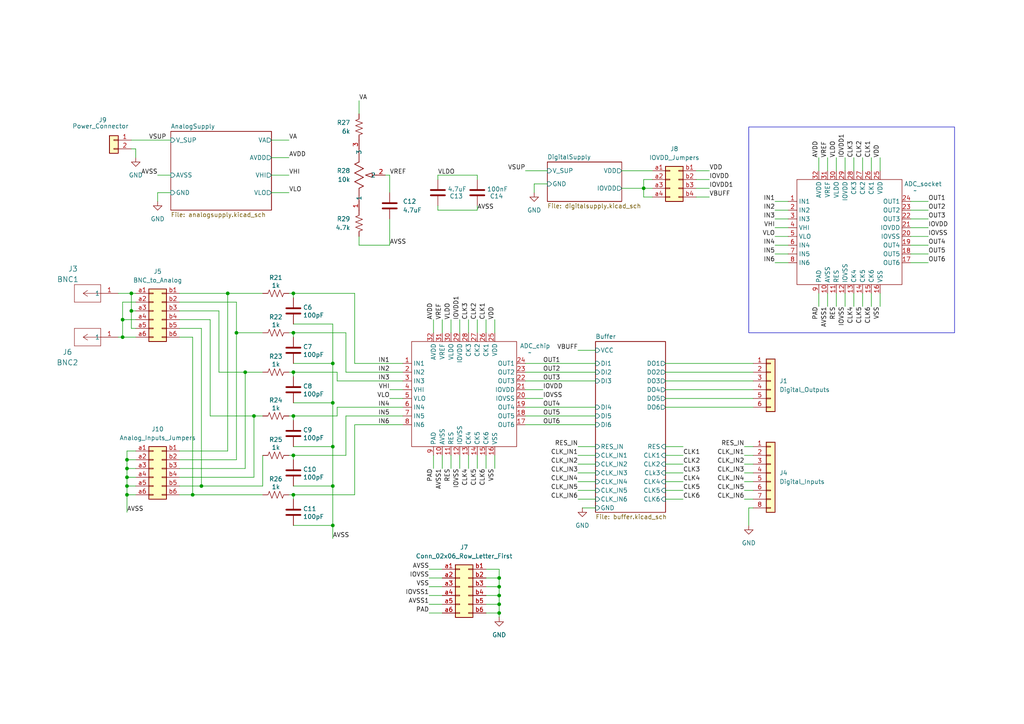
<source format=kicad_sch>
(kicad_sch (version 20231120) (generator "eeschema") (generator_version "8.0")
  (paper "A4")
  (lib_symbols
    (symbol "Connector_Generic:Conn_01x02" (pin_names (offset 1.016) hide)
      (property "Reference" "J" (at 0 2.54 0))
      (property "Value" "Conn_01x02" (at 0 -5.08 0))
      (symbol "Conn_01x02_1_1"
        (rectangle (start -1.27 -2.413) (end 0 -2.667) (stroke (width 0.1524)))
        (rectangle (start -1.27 0.127) (end 0 -0.127) (stroke (width 0.1524)))
        (rectangle (start -1.27 1.27) (end 1.27 -3.81) (stroke (width 0.254)) (fill (type background)))
        (pin passive line (at -5.08 0 0) (length 3.81) (name "Pin_1") (number "1"))
        (pin passive line (at -5.08 -2.54 0) (length 3.81) (name "Pin_2") (number "2"))
      )
    )
    (symbol "Connector_Generic:Conn_01x06" (pin_names (offset 1.016) hide)
      (property "Reference" "J" (at 0 7.62 0))
      (property "Value" "Conn_01x06" (at 0 -10.16 0))
      (symbol "Conn_01x06_1_1"
        (rectangle (start -1.27 -7.493) (end 0 -7.747) (stroke (width 0.1524)))
        (rectangle (start -1.27 -4.953) (end 0 -5.207) (stroke (width 0.1524)))
        (rectangle (start -1.27 -2.413) (end 0 -2.667) (stroke (width 0.1524)))
        (rectangle (start -1.27 0.127) (end 0 -0.127) (stroke (width 0.1524)))
        (rectangle (start -1.27 2.667) (end 0 2.413) (stroke (width 0.1524)))
        (rectangle (start -1.27 5.207) (end 0 4.953) (stroke (width 0.1524)))
        (rectangle (start -1.27 6.35) (end 1.27 -8.89) (stroke (width 0.254)) (fill (type background)))
        (pin passive line (at -5.08 5.08 0) (length 3.81) (name "Pin_1") (number "1"))
        (pin passive line (at -5.08 2.54 0) (length 3.81) (name "Pin_2") (number "2"))
        (pin passive line (at -5.08 0 0) (length 3.81) (name "Pin_3") (number "3"))
        (pin passive line (at -5.08 -2.54 0) (length 3.81) (name "Pin_4") (number "4"))
        (pin passive line (at -5.08 -5.08 0) (length 3.81) (name "Pin_5") (number "5"))
        (pin passive line (at -5.08 -7.62 0) (length 3.81) (name "Pin_6") (number "6"))
      )
    )
    (symbol "Connector_Generic:Conn_01x08" (pin_names (offset 1.016) hide)
      (property "Reference" "J" (at 0 10.16 0))
      (property "Value" "Conn_01x08" (at 0 -12.7 0))
      (symbol "Conn_01x08_1_1"
        (rectangle (start -1.27 -10.033) (end 0 -10.287) (stroke (width 0.1524)))
        (rectangle (start -1.27 -7.493) (end 0 -7.747) (stroke (width 0.1524)))
        (rectangle (start -1.27 -4.953) (end 0 -5.207) (stroke (width 0.1524)))
        (rectangle (start -1.27 -2.413) (end 0 -2.667) (stroke (width 0.1524)))
        (rectangle (start -1.27 0.127) (end 0 -0.127) (stroke (width 0.1524)))
        (rectangle (start -1.27 2.667) (end 0 2.413) (stroke (width 0.1524)))
        (rectangle (start -1.27 5.207) (end 0 4.953) (stroke (width 0.1524)))
        (rectangle (start -1.27 7.747) (end 0 7.493) (stroke (width 0.1524)))
        (rectangle (start -1.27 8.89) (end 1.27 -11.43) (stroke (width 0.254)) (fill (type background)))
        (pin passive line (at -5.08 7.62 0) (length 3.81) (name "Pin_1") (number "1"))
        (pin passive line (at -5.08 5.08 0) (length 3.81) (name "Pin_2") (number "2"))
        (pin passive line (at -5.08 2.54 0) (length 3.81) (name "Pin_3") (number "3"))
        (pin passive line (at -5.08 0 0) (length 3.81) (name "Pin_4") (number "4"))
        (pin passive line (at -5.08 -2.54 0) (length 3.81) (name "Pin_5") (number "5"))
        (pin passive line (at -5.08 -5.08 0) (length 3.81) (name "Pin_6") (number "6"))
        (pin passive line (at -5.08 -7.62 0) (length 3.81) (name "Pin_7") (number "7"))
        (pin passive line (at -5.08 -10.16 0) (length 3.81) (name "Pin_8") (number "8"))
      )
    )
    (symbol "Connector_Generic:Conn_02x04_Row_Letter_First" (pin_names (offset 1.016) hide)
      (property "Reference" "J" (at 1.27 5.08 0))
      (property "Value" "Conn_02x04_Row_Letter_First" (at 1.27 -7.62 0))
      (symbol "Conn_02x04_Row_Letter_First_1_1"
        (rectangle (start -1.27 -4.953) (end 0 -5.207) (stroke (width 0.1524)))
        (rectangle (start -1.27 -2.413) (end 0 -2.667) (stroke (width 0.1524)))
        (rectangle (start -1.27 0.127) (end 0 -0.127) (stroke (width 0.1524)))
        (rectangle (start -1.27 2.667) (end 0 2.413) (stroke (width 0.1524)))
        (rectangle (start -1.27 3.81) (end 3.81 -6.35) (stroke (width 0.254)) (fill (type background)))
        (rectangle (start 3.81 -4.953) (end 2.54 -5.207) (stroke (width 0.1524)))
        (rectangle (start 3.81 -2.413) (end 2.54 -2.667) (stroke (width 0.1524)))
        (rectangle (start 3.81 0.127) (end 2.54 -0.127) (stroke (width 0.1524)))
        (rectangle (start 3.81 2.667) (end 2.54 2.413) (stroke (width 0.1524)))
        (pin passive line (at -5.08 2.54 0) (length 3.81) (name "Pin_a1") (number "a1"))
        (pin passive line (at -5.08 0 0) (length 3.81) (name "Pin_a2") (number "a2"))
        (pin passive line (at -5.08 -2.54 0) (length 3.81) (name "Pin_a3") (number "a3"))
        (pin passive line (at -5.08 -5.08 0) (length 3.81) (name "Pin_a4") (number "a4"))
        (pin passive line (at 7.62 2.54 180) (length 3.81) (name "Pin_b1") (number "b1"))
        (pin passive line (at 7.62 0 180) (length 3.81) (name "Pin_b2") (number "b2"))
        (pin passive line (at 7.62 -2.54 180) (length 3.81) (name "Pin_b3") (number "b3"))
        (pin passive line (at 7.62 -5.08 180) (length 3.81) (name "Pin_b4") (number "b4"))
      )
    )
    (symbol "Connector_Generic:Conn_02x06_Row_Letter_First" (pin_names (offset 1.016) hide)
      (property "Reference" "J" (at 1.27 7.62 0))
      (property "Value" "Conn_02x06_Row_Letter_First" (at 1.27 -10.16 0))
      (symbol "Conn_02x06_Row_Letter_First_1_1"
        (rectangle (start -1.27 -7.493) (end 0 -7.747) (stroke (width 0.1524)))
        (rectangle (start -1.27 -4.953) (end 0 -5.207) (stroke (width 0.1524)))
        (rectangle (start -1.27 -2.413) (end 0 -2.667) (stroke (width 0.1524)))
        (rectangle (start -1.27 0.127) (end 0 -0.127) (stroke (width 0.1524)))
        (rectangle (start -1.27 2.667) (end 0 2.413) (stroke (width 0.1524)))
        (rectangle (start -1.27 5.207) (end 0 4.953) (stroke (width 0.1524)))
        (rectangle (start -1.27 6.35) (end 3.81 -8.89) (stroke (width 0.254)) (fill (type background)))
        (rectangle (start 3.81 -7.493) (end 2.54 -7.747) (stroke (width 0.1524)))
        (rectangle (start 3.81 -4.953) (end 2.54 -5.207) (stroke (width 0.1524)))
        (rectangle (start 3.81 -2.413) (end 2.54 -2.667) (stroke (width 0.1524)))
        (rectangle (start 3.81 0.127) (end 2.54 -0.127) (stroke (width 0.1524)))
        (rectangle (start 3.81 2.667) (end 2.54 2.413) (stroke (width 0.1524)))
        (rectangle (start 3.81 5.207) (end 2.54 4.953) (stroke (width 0.1524)))
        (pin passive line (at -5.08 5.08 0) (length 3.81) (name "Pin_a1") (number "a1"))
        (pin passive line (at -5.08 2.54 0) (length 3.81) (name "Pin_a2") (number "a2"))
        (pin passive line (at -5.08 0 0) (length 3.81) (name "Pin_a3") (number "a3"))
        (pin passive line (at -5.08 -2.54 0) (length 3.81) (name "Pin_a4") (number "a4"))
        (pin passive line (at -5.08 -5.08 0) (length 3.81) (name "Pin_a5") (number "a5"))
        (pin passive line (at -5.08 -7.62 0) (length 3.81) (name "Pin_a6") (number "a6"))
        (pin passive line (at 7.62 5.08 180) (length 3.81) (name "Pin_b1") (number "b1"))
        (pin passive line (at 7.62 2.54 180) (length 3.81) (name "Pin_b2") (number "b2"))
        (pin passive line (at 7.62 0 180) (length 3.81) (name "Pin_b3") (number "b3"))
        (pin passive line (at 7.62 -2.54 180) (length 3.81) (name "Pin_b4") (number "b4"))
        (pin passive line (at 7.62 -5.08 180) (length 3.81) (name "Pin_b5") (number "b5"))
        (pin passive line (at 7.62 -7.62 180) (length 3.81) (name "Pin_b6") (number "b6"))
      )
    )
    (symbol "Device:C" (pin_numbers hide) (pin_names (offset 0.254))
      (property "Reference" "C" (at 0.635 2.54 0))
      (property "Value" "C" (at 0.635 -2.54 0))
      (symbol "C_0_1"
        (polyline (pts (xy -2.032 -0.762) (xy 2.032 -0.762)) (stroke (width 0.508)))
        (polyline (pts (xy -2.032 0.762) (xy 2.032 0.762)) (stroke (width 0.508)))
      )
      (symbol "C_1_1"
        (pin passive line (at 0 3.81 270) (length 2.794) (name "~") (number "1"))
        (pin passive line (at 0 -3.81 90) (length 2.794) (name "~") (number "2"))
      )
    )
    (symbol "Device:R_US" (pin_numbers hide) (pin_names (offset 0))
      (property "Reference" "R" (at 2.54 0 90))
      (property "Value" "R_US" (at -2.54 0 90))
      (symbol "R_US_0_1"
        (polyline (pts (xy 0 -2.286) (xy 0 -2.54)))
        (polyline (pts (xy 0 2.286) (xy 0 2.54)))
        (polyline (pts (xy 0 -0.762) (xy 1.016 -1.143) (xy 0 -1.524) (xy -1.016 -1.905) (xy 0 -2.286)))
        (polyline (pts (xy 0 0.762) (xy 1.016 0.381) (xy 0 0) (xy -1.016 -0.381) (xy 0 -0.762)))
        (polyline (pts (xy 0 2.286) (xy 1.016 1.905) (xy 0 1.524) (xy -1.016 1.143) (xy 0 0.762)))
      )
      (symbol "R_US_1_1"
        (pin passive line (at 0 3.81 270) (length 1.27) (name "~") (number "1"))
        (pin passive line (at 0 -3.81 90) (length 1.27) (name "~") (number "2"))
      )
    )
    (symbol "bnc_mini:1274571-1" (pin_names (offset 0.254))
      (property "Reference" "J" (at 8.89 6.35 0))
      (property "Value" "1274571-1" (at 0 0 0))
      (symbol "1274571-1_1_1"
        (polyline (pts (xy 5.08 -2.54) (xy 12.7 -2.54)) (stroke (width 0.127)))
        (polyline (pts (xy 5.08 2.54) (xy 5.08 -2.54)) (stroke (width 0.127)))
        (polyline (pts (xy 10.16 0) (xy 5.08 0)) (stroke (width 0.127)))
        (polyline (pts (xy 10.16 0) (xy 8.89 -0.8467)) (stroke (width 0.127)))
        (polyline (pts (xy 10.16 0) (xy 8.89 0.8467)) (stroke (width 0.127)))
        (polyline (pts (xy 12.7 -2.54) (xy 12.7 2.54)) (stroke (width 0.127)))
        (polyline (pts (xy 12.7 2.54) (xy 5.08 2.54)) (stroke (width 0.127)))
        (pin unspecified line (at 0 0 0) (length 5.08) (name "1") (number "1"))
      )
    )
    (symbol "chip:Chip"
      (property "Reference" "Chip" (at 0 0 0))
      (symbol "Chip_0_1"
        (rectangle (start -15.24 15.24) (end 15.24 -15.24))
      )
      (symbol "Chip_1_1"
        (pin input line (at -17.78 8.89 0) (length 2.54) (name "IN1") (number "1"))
        (pin input line (at -6.35 -17.78 90) (length 2.54) (name "AVSS") (number "10"))
        (pin input line (at -3.81 -17.78 90) (length 2.54) (name "RES") (number "11"))
        (pin input line (at -1.27 -17.78 90) (length 2.54) (name "IOVSS") (number "12"))
        (pin input line (at 1.27 -17.78 90) (length 2.54) (name "CK4") (number "13"))
        (pin input line (at 3.81 -17.78 90) (length 2.54) (name "CK5") (number "14"))
        (pin input line (at 6.35 -17.78 90) (length 2.54) (name "CK6") (number "15"))
        (pin input line (at 8.89 -17.78 90) (length 2.54) (name "VSS") (number "16"))
        (pin output line (at 17.78 -8.89 180) (length 2.54) (name "OUT6") (number "17"))
        (pin output line (at 17.78 -6.35 180) (length 2.54) (name "OUT5") (number "18"))
        (pin output line (at 17.78 -3.81 180) (length 2.54) (name "OUT4") (number "19"))
        (pin input line (at -17.78 6.35 0) (length 2.54) (name "IN2") (number "2"))
        (pin input line (at 17.78 -1.27 180) (length 2.54) (name "IOVSS") (number "20"))
        (pin input line (at 17.78 1.27 180) (length 2.54) (name "IOVDD") (number "21"))
        (pin output line (at 17.78 3.81 180) (length 2.54) (name "OUT3") (number "22"))
        (pin output line (at 17.78 6.35 180) (length 2.54) (name "OUT2") (number "23"))
        (pin output line (at 17.78 8.89 180) (length 2.54) (name "OUT1") (number "24"))
        (pin input line (at 8.89 17.78 270) (length 2.54) (name "VDD") (number "25"))
        (pin input line (at 6.35 17.78 270) (length 2.54) (name "CK1") (number "26"))
        (pin input line (at 3.81 17.78 270) (length 2.54) (name "CK2") (number "27"))
        (pin input line (at 1.27 17.78 270) (length 2.54) (name "CK3") (number "28"))
        (pin input line (at -1.27 17.78 270) (length 2.54) (name "IOVDD") (number "29"))
        (pin input line (at -17.78 3.81 0) (length 2.54) (name "IN3") (number "3"))
        (pin output line (at -3.81 17.78 270) (length 2.54) (name "VLDO") (number "30"))
        (pin input line (at -6.35 17.78 270) (length 2.54) (name "VREF") (number "31"))
        (pin input line (at -8.89 17.78 270) (length 2.54) (name "AVDD") (number "32"))
        (pin input line (at -17.78 1.27 0) (length 2.54) (name "VHI") (number "4"))
        (pin input line (at -17.78 -1.27 0) (length 2.54) (name "VLO") (number "5"))
        (pin input line (at -17.78 -3.81 0) (length 2.54) (name "IN4") (number "6"))
        (pin input line (at -17.78 -6.35 0) (length 2.54) (name "IN5") (number "7"))
        (pin input line (at -17.78 -8.89 0) (length 2.54) (name "IN6") (number "8"))
        (pin unspecified line (at -8.89 -17.78 90) (length 2.54) (name "PAD") (number "9"))
      )
    )
    (symbol "pot10turn:PV37W103C01B00" (pin_names (offset 0.254))
      (property "Reference" "R" (at 10.795 -3.175 0))
      (property "Value" "PV37W103C01B00" (at 10.795 -6.35 0))
      (symbol "PV37W103C01B00_1_1"
        (polyline (pts (xy 2.54 0) (xy 6.35 0)) (stroke (width 0.2032)))
        (polyline (pts (xy 6.35 0) (xy 6.985 1.27)) (stroke (width 0.2032)))
        (polyline (pts (xy 6.985 1.27) (xy 8.255 -1.27)) (stroke (width 0.2032)))
        (polyline (pts (xy 8.255 -1.27) (xy 9.525 1.27)) (stroke (width 0.2032)))
        (polyline (pts (xy 9.525 1.27) (xy 10.795 -1.27)) (stroke (width 0.2032)))
        (polyline (pts (xy 9.525 3.81) (xy 10.16 1.905)) (stroke (width 0.2032)))
        (polyline (pts (xy 9.525 3.81) (xy 10.795 3.81)) (stroke (width 0.2032)))
        (polyline (pts (xy 10.16 3.81) (xy 10.16 5.08)) (stroke (width 0.2032)))
        (polyline (pts (xy 10.795 -1.27) (xy 12.065 1.27)) (stroke (width 0.2032)))
        (polyline (pts (xy 10.795 3.81) (xy 10.16 1.905)) (stroke (width 0.2032)))
        (polyline (pts (xy 12.065 1.27) (xy 13.335 -1.27)) (stroke (width 0.2032)))
        (polyline (pts (xy 13.335 -1.27) (xy 13.97 0)) (stroke (width 0.2032)))
        (polyline (pts (xy 13.97 0) (xy 17.78 0)) (stroke (width 0.2032)))
        (pin unspecified line (at 0 0 0) (length 2.54) (name "1") (number "1"))
        (pin unspecified line (at 10.16 7.62 270) (length 2.54) (name "2") (number "2"))
        (pin unspecified line (at 20.32 0 180) (length 2.54) (name "3") (number "3"))
      )
      (symbol "PV37W103C01B00_1_2"
        (polyline (pts (xy -3.81 -10.795) (xy -3.81 -9.525)) (stroke (width 0.2032)))
        (polyline (pts (xy -3.81 -10.795) (xy -1.905 -10.16)) (stroke (width 0.2032)))
        (polyline (pts (xy -3.81 -10.16) (xy -5.08 -10.16)) (stroke (width 0.2032)))
        (polyline (pts (xy -3.81 -9.525) (xy -1.905 -10.16)) (stroke (width 0.2032)))
        (polyline (pts (xy -1.27 -13.335) (xy 1.27 -12.065)) (stroke (width 0.2032)))
        (polyline (pts (xy -1.27 -10.795) (xy 1.27 -9.525)) (stroke (width 0.2032)))
        (polyline (pts (xy -1.27 -8.255) (xy 1.27 -6.985)) (stroke (width 0.2032)))
        (polyline (pts (xy 0 -17.78) (xy 0 -13.97)) (stroke (width 0.2032)))
        (polyline (pts (xy 0 -13.97) (xy -1.27 -13.335)) (stroke (width 0.2032)))
        (polyline (pts (xy 0 -6.35) (xy 0 -2.54)) (stroke (width 0.2032)))
        (polyline (pts (xy 1.27 -12.065) (xy -1.27 -10.795)) (stroke (width 0.2032)))
        (polyline (pts (xy 1.27 -9.525) (xy -1.27 -8.255)) (stroke (width 0.2032)))
        (polyline (pts (xy 1.27 -6.985) (xy 0 -6.35)) (stroke (width 0.2032)))
        (pin unspecified line (at 0 0 270) (length 2.54) (name "1") (number "1"))
        (pin unspecified line (at -7.62 -10.16 0) (length 2.54) (name "2") (number "2"))
        (pin unspecified line (at 0 -20.32 90) (length 2.54) (name "3") (number "3"))
      )
    )
    (symbol "power:GND" (power) (pin_numbers hide) (pin_names (offset 0) hide)
      (property "Value" "GND" (at 0 -3.81 0))
      (symbol "GND_0_1"
        (polyline (pts (xy 0 0) (xy 0 -1.27) (xy 1.27 -1.27) (xy 0 -2.54) (xy -1.27 -1.27) (xy 0 -1.27)))
      )
      (symbol "GND_1_1"
        (pin power_in line (at 0 0 270) (length 0) (name "~") (number "1"))
      )
    )
  )
  (junction (at 36.83 140.97))
  (junction (at 38.1 85.09))
  (junction (at 96.52 129.54))
  (junction (at 35.56 97.79))
  (junction (at 35.56 92.71))
  (junction (at 68.58 96.52))
  (junction (at 96.52 140.97))
  (junction (at 96.52 105.41))
  (junction (at 85.09 132.08))
  (junction (at 144.78 175.26))
  (junction (at 85.09 120.65))
  (junction (at 58.42 140.97))
  (junction (at 71.12 107.95))
  (junction (at 96.52 152.4))
  (junction (at 85.09 143.51))
  (junction (at 85.09 107.95))
  (junction (at 85.09 85.09))
  (junction (at 144.78 172.72))
  (junction (at 36.83 138.43))
  (junction (at 85.09 96.52))
  (junction (at 36.83 133.35))
  (junction (at 36.83 135.89))
  (junction (at 73.66 120.65))
  (junction (at 186.69 54.61))
  (junction (at 38.1 90.17))
  (junction (at 36.83 143.51))
  (junction (at 144.78 167.64))
  (junction (at 66.04 85.09))
  (junction (at 55.88 143.51))
  (junction (at 96.52 116.84))
  (junction (at 144.78 177.8))
  (junction (at 144.78 170.18))
  (wire (pts (xy 143.51 132.08) (xy 143.51 135.89)))
  (wire (pts (xy 83.82 107.95) (xy 85.09 107.95)))
  (wire (pts (xy 264.16 71.12) (xy 269.24 71.12)))
  (wire (pts (xy 85.09 132.08) (xy 85.09 133.35)))
  (wire (pts (xy 193.04 105.41) (xy 218.44 105.41)))
  (wire (pts (xy 76.2 132.08) (xy 76.2 140.97)))
  (wire (pts (xy 224.79 60.96) (xy 228.6 60.96)))
  (wire (pts (xy 35.56 87.63) (xy 35.56 92.71)))
  (wire (pts (xy 138.43 132.08) (xy 138.43 135.89)))
  (wire (pts (xy 124.46 170.18) (xy 128.27 170.18)))
  (wire (pts (xy 78.74 50.8) (xy 83.82 50.8)))
  (wire (pts (xy 83.82 96.52) (xy 85.09 96.52)))
  (wire (pts (xy 97.79 118.11) (xy 97.79 120.65)))
  (wire (pts (xy 224.79 71.12) (xy 228.6 71.12)))
  (wire (pts (xy 152.4 49.53) (xy 158.75 49.53)))
  (wire (pts (xy 36.83 135.89) (xy 39.37 135.89)))
  (wire (pts (xy 85.09 96.52) (xy 85.09 97.79)))
  (wire (pts (xy 73.66 120.65) (xy 73.66 138.43)))
  (wire (pts (xy 76.2 120.65) (xy 73.66 120.65)))
  (wire (pts (xy 100.33 132.08) (xy 85.09 132.08)))
  (wire (pts (xy 85.09 116.84) (xy 96.52 116.84)))
  (wire (pts (xy 63.5 107.95) (xy 71.12 107.95)))
  (wire (pts (xy 52.07 92.71) (xy 60.96 92.71)))
  (wire (pts (xy 102.87 105.41) (xy 102.87 85.09)))
  (wire (pts (xy 152.4 105.41) (xy 172.72 105.41)))
  (wire (pts (xy 144.78 165.1) (xy 144.78 167.64)))
  (wire (pts (xy 68.58 87.63) (xy 68.58 96.52)))
  (wire (pts (xy 144.78 167.64) (xy 144.78 170.18)))
  (wire (pts (xy 85.09 85.09) (xy 85.09 86.36)))
  (wire (pts (xy 198.12 132.08) (xy 193.04 132.08)))
  (wire (pts (xy 104.14 71.12) (xy 104.14 68.58)))
  (wire (pts (xy 116.84 107.95) (xy 100.33 107.95)))
  (wire (pts (xy 38.1 85.09) (xy 39.37 85.09)))
  (wire (pts (xy 264.16 73.66) (xy 269.24 73.66)))
  (wire (pts (xy 152.4 107.95) (xy 172.72 107.95)))
  (wire (pts (xy 152.4 110.49) (xy 172.72 110.49)))
  (wire (pts (xy 135.89 92.71) (xy 135.89 96.52)))
  (wire (pts (xy 113.03 55.88) (xy 113.03 50.8)))
  (wire (pts (xy 124.46 175.26) (xy 128.27 175.26)))
  (wire (pts (xy 125.73 132.08) (xy 125.73 135.89)))
  (wire (pts (xy 264.16 66.04) (xy 269.24 66.04)))
  (wire (pts (xy 167.64 129.54) (xy 172.72 129.54)))
  (wire (pts (xy 85.09 129.54) (xy 96.52 129.54)))
  (wire (pts (xy 240.03 85.09) (xy 240.03 88.9)))
  (wire (pts (xy 152.4 118.11) (xy 172.72 118.11)))
  (wire (pts (xy 224.79 63.5) (xy 228.6 63.5)))
  (wire (pts (xy 154.94 53.34) (xy 154.94 55.88)))
  (wire (pts (xy 157.48 115.57) (xy 152.4 115.57)))
  (wire (pts (xy 83.82 85.09) (xy 85.09 85.09)))
  (wire (pts (xy 116.84 110.49) (xy 97.79 110.49)))
  (wire (pts (xy 128.27 132.08) (xy 128.27 135.89)))
  (wire (pts (xy 76.2 107.95) (xy 71.12 107.95)))
  (wire (pts (xy 104.14 71.12) (xy 113.03 71.12)))
  (wire (pts (xy 83.82 132.08) (xy 85.09 132.08)))
  (wire (pts (xy 193.04 115.57) (xy 218.44 115.57)))
  (wire (pts (xy 264.16 63.5) (xy 269.24 63.5)))
  (wire (pts (xy 198.12 142.24) (xy 193.04 142.24)))
  (wire (pts (xy 76.2 96.52) (xy 68.58 96.52)))
  (wire (pts (xy 144.78 177.8) (xy 144.78 179.07)))
  (wire (pts (xy 135.89 132.08) (xy 135.89 135.89)))
  (wire (pts (xy 167.64 139.7) (xy 172.72 139.7)))
  (wire (pts (xy 36.83 143.51) (xy 39.37 143.51)))
  (wire (pts (xy 237.49 85.09) (xy 237.49 88.9)))
  (wire (pts (xy 97.79 120.65) (xy 85.09 120.65)))
  (wire (pts (xy 85.09 120.65) (xy 85.09 121.92)))
  (wire (pts (xy 52.07 90.17) (xy 63.5 90.17)))
  (wire (pts (xy 198.12 139.7) (xy 193.04 139.7)))
  (wire (pts (xy 255.27 85.09) (xy 255.27 88.9)))
  (wire (pts (xy 52.07 95.25) (xy 58.42 95.25)))
  (wire (pts (xy 252.73 45.72) (xy 252.73 49.53)))
  (wire (pts (xy 193.04 107.95) (xy 218.44 107.95)))
  (wire (pts (xy 127 60.96) (xy 138.43 60.96)))
  (wire (pts (xy 237.49 45.72) (xy 237.49 49.53)))
  (wire (pts (xy 198.12 137.16) (xy 193.04 137.16)))
  (wire (pts (xy 100.33 107.95) (xy 100.33 96.52)))
  (wire (pts (xy 36.83 138.43) (xy 36.83 140.97)))
  (wire (pts (xy 250.19 85.09) (xy 250.19 88.9)))
  (wire (pts (xy 97.79 107.95) (xy 85.09 107.95)))
  (wire (pts (xy 224.79 76.2) (xy 228.6 76.2)))
  (wire (pts (xy 125.73 92.71) (xy 125.73 96.52)))
  (wire (pts (xy 76.2 85.09) (xy 66.04 85.09)))
  (wire (pts (xy 245.11 45.72) (xy 245.11 49.53)))
  (wire (pts (xy 116.84 120.65) (xy 100.33 120.65)))
  (wire (pts (xy 45.72 55.88) (xy 45.72 58.42)))
  (wire (pts (xy 52.07 143.51) (xy 55.88 143.51)))
  (wire (pts (xy 127 50.8) (xy 127 52.07)))
  (wire (pts (xy 133.35 92.71) (xy 133.35 96.52)))
  (wire (pts (xy 167.64 144.78) (xy 172.72 144.78)))
  (wire (pts (xy 167.64 132.08) (xy 172.72 132.08)))
  (wire (pts (xy 215.9 132.08) (xy 218.44 132.08)))
  (wire (pts (xy 215.9 144.78) (xy 218.44 144.78)))
  (wire (pts (xy 158.75 53.34) (xy 154.94 53.34)))
  (wire (pts (xy 193.04 113.03) (xy 218.44 113.03)))
  (wire (pts (xy 240.03 45.72) (xy 240.03 49.53)))
  (wire (pts (xy 78.74 40.64) (xy 83.82 40.64)))
  (wire (pts (xy 224.79 73.66) (xy 228.6 73.66)))
  (wire (pts (xy 60.96 92.71) (xy 60.96 120.65)))
  (wire (pts (xy 85.09 143.51) (xy 85.09 144.78)))
  (wire (pts (xy 113.03 71.12) (xy 113.03 63.5)))
  (wire (pts (xy 252.73 85.09) (xy 252.73 88.9)))
  (wire (pts (xy 255.27 45.72) (xy 255.27 49.53)))
  (wire (pts (xy 97.79 110.49) (xy 97.79 107.95)))
  (wire (pts (xy 138.43 92.71) (xy 138.43 96.52)))
  (wire (pts (xy 264.16 76.2) (xy 269.24 76.2)))
  (wire (pts (xy 34.29 97.79) (xy 35.56 97.79)))
  (wire (pts (xy 215.9 139.7) (xy 218.44 139.7)))
  (wire (pts (xy 201.93 57.15) (xy 205.74 57.15)))
  (wire (pts (xy 45.72 50.8) (xy 49.53 50.8)))
  (wire (pts (xy 140.97 170.18) (xy 144.78 170.18)))
  (wire (pts (xy 167.64 101.6) (xy 172.72 101.6)))
  (wire (pts (xy 130.81 132.08) (xy 130.81 135.89)))
  (wire (pts (xy 102.87 143.51) (xy 85.09 143.51)))
  (wire (pts (xy 193.04 118.11) (xy 218.44 118.11)))
  (wire (pts (xy 140.97 177.8) (xy 144.78 177.8)))
  (wire (pts (xy 140.97 132.08) (xy 140.97 135.89)))
  (wire (pts (xy 152.4 113.03) (xy 157.48 113.03)))
  (wire (pts (xy 83.82 120.65) (xy 85.09 120.65)))
  (wire (pts (xy 189.23 54.61) (xy 186.69 54.61)))
  (wire (pts (xy 83.82 143.51) (xy 85.09 143.51)))
  (wire (pts (xy 38.1 95.25) (xy 38.1 90.17)))
  (wire (pts (xy 52.07 133.35) (xy 68.58 133.35)))
  (wire (pts (xy 85.09 107.95) (xy 85.09 109.22)))
  (wire (pts (xy 38.1 90.17) (xy 38.1 85.09)))
  (wire (pts (xy 85.09 140.97) (xy 96.52 140.97)))
  (wire (pts (xy 39.37 90.17) (xy 38.1 90.17)))
  (wire (pts (xy 36.83 140.97) (xy 36.83 143.51)))
  (wire (pts (xy 39.37 130.81) (xy 36.83 130.81)))
  (wire (pts (xy 127 60.96) (xy 127 59.69)))
  (wire (pts (xy 124.46 167.64) (xy 128.27 167.64)))
  (wire (pts (xy 116.84 118.11) (xy 97.79 118.11)))
  (wire (pts (xy 35.56 97.79) (xy 39.37 97.79)))
  (wire (pts (xy 167.64 134.62) (xy 172.72 134.62)))
  (wire (pts (xy 66.04 130.81) (xy 52.07 130.81)))
  (wire (pts (xy 140.97 172.72) (xy 144.78 172.72)))
  (wire (pts (xy 78.74 45.72) (xy 83.82 45.72)))
  (wire (pts (xy 104.14 29.21) (xy 104.14 33.02)))
  (wire (pts (xy 168.91 147.32) (xy 172.72 147.32)))
  (wire (pts (xy 138.43 60.96) (xy 138.43 59.69)))
  (wire (pts (xy 85.09 105.41) (xy 96.52 105.41)))
  (wire (pts (xy 113.03 113.03) (xy 116.84 113.03)))
  (wire (pts (xy 167.64 142.24) (xy 172.72 142.24)))
  (wire (pts (xy 73.66 138.43) (xy 52.07 138.43)))
  (wire (pts (xy 247.65 45.72) (xy 247.65 49.53)))
  (wire (pts (xy 36.83 133.35) (xy 39.37 133.35)))
  (wire (pts (xy 264.16 58.42) (xy 269.24 58.42)))
  (wire (pts (xy 85.09 85.09) (xy 102.87 85.09)))
  (wire (pts (xy 245.11 85.09) (xy 245.11 88.9)))
  (wire (pts (xy 36.83 135.89) (xy 36.83 138.43)))
  (wire (pts (xy 63.5 90.17) (xy 63.5 107.95)))
  (wire (pts (xy 215.9 129.54) (xy 218.44 129.54)))
  (wire (pts (xy 36.83 133.35) (xy 36.83 135.89)))
  (wire (pts (xy 124.46 172.72) (xy 128.27 172.72)))
  (wire (pts (xy 96.52 152.4) (xy 96.52 156.21)))
  (wire (pts (xy 242.57 45.72) (xy 242.57 49.53)))
  (wire (pts (xy 66.04 85.09) (xy 66.04 130.81)))
  (wire (pts (xy 85.09 152.4) (xy 96.52 152.4)))
  (wire (pts (xy 217.17 147.32) (xy 218.44 147.32)))
  (wire (pts (xy 102.87 105.41) (xy 116.84 105.41)))
  (wire (pts (xy 52.07 85.09) (xy 66.04 85.09)))
  (wire (pts (xy 198.12 144.78) (xy 193.04 144.78)))
  (wire (pts (xy 193.04 129.54) (xy 198.12 129.54)))
  (wire (pts (xy 102.87 123.19) (xy 116.84 123.19)))
  (wire (pts (xy 96.52 140.97) (xy 96.52 152.4)))
  (wire (pts (xy 71.12 107.95) (xy 71.12 135.89)))
  (wire (pts (xy 34.29 85.09) (xy 38.1 85.09)))
  (wire (pts (xy 140.97 165.1) (xy 144.78 165.1)))
  (wire (pts (xy 180.34 54.61) (xy 186.69 54.61)))
  (wire (pts (xy 36.83 138.43) (xy 39.37 138.43)))
  (wire (pts (xy 36.83 130.81) (xy 36.83 133.35)))
  (wire (pts (xy 201.93 54.61) (xy 205.74 54.61)))
  (wire (pts (xy 128.27 92.71) (xy 128.27 96.52)))
  (wire (pts (xy 60.96 120.65) (xy 73.66 120.65)))
  (wire (pts (xy 102.87 123.19) (xy 102.87 143.51)))
  (wire (pts (xy 138.43 50.8) (xy 138.43 52.07)))
  (wire (pts (xy 269.24 68.58) (xy 264.16 68.58)))
  (wire (pts (xy 143.51 92.71) (xy 143.51 96.52)))
  (wire (pts (xy 224.79 68.58) (xy 228.6 68.58)))
  (wire (pts (xy 36.83 143.51) (xy 36.83 148.59)))
  (wire (pts (xy 55.88 97.79) (xy 55.88 143.51)))
  (wire (pts (xy 58.42 95.25) (xy 58.42 140.97)))
  (wire (pts (xy 49.53 55.88) (xy 45.72 55.88)))
  (wire (pts (xy 85.09 96.52) (xy 100.33 96.52)))
  (wire (pts (xy 55.88 143.51) (xy 76.2 143.51)))
  (wire (pts (xy 140.97 175.26) (xy 144.78 175.26)))
  (wire (pts (xy 113.03 50.8) (xy 111.76 50.8)))
  (wire (pts (xy 35.56 92.71) (xy 39.37 92.71)))
  (wire (pts (xy 152.4 123.19) (xy 172.72 123.19)))
  (wire (pts (xy 180.34 49.53) (xy 189.23 49.53)))
  (wire (pts (xy 201.93 49.53) (xy 205.74 49.53)))
  (wire (pts (xy 189.23 57.15) (xy 186.69 57.15)))
  (wire (pts (xy 215.9 142.24) (xy 218.44 142.24)))
  (wire (pts (xy 38.1 40.64) (xy 49.53 40.64)))
  (wire (pts (xy 186.69 52.07) (xy 189.23 52.07)))
  (wire (pts (xy 193.04 110.49) (xy 218.44 110.49)))
  (wire (pts (xy 186.69 52.07) (xy 186.69 54.61)))
  (wire (pts (xy 130.81 92.71) (xy 130.81 96.52)))
  (wire (pts (xy 96.52 105.41) (xy 96.52 116.84)))
  (wire (pts (xy 215.9 137.16) (xy 218.44 137.16)))
  (wire (pts (xy 140.97 92.71) (xy 140.97 96.52)))
  (wire (pts (xy 36.83 140.97) (xy 39.37 140.97)))
  (wire (pts (xy 217.17 152.4) (xy 217.17 147.32)))
  (wire (pts (xy 242.57 85.09) (xy 242.57 88.9)))
  (wire (pts (xy 85.09 93.98) (xy 96.52 93.98)))
  (wire (pts (xy 96.52 93.98) (xy 96.52 105.41)))
  (wire (pts (xy 186.69 54.61) (xy 186.69 57.15)))
  (wire (pts (xy 144.78 172.72) (xy 144.78 175.26)))
  (wire (pts (xy 71.12 135.89) (xy 52.07 135.89)))
  (wire (pts (xy 247.65 85.09) (xy 247.65 88.9)))
  (wire (pts (xy 140.97 167.64) (xy 144.78 167.64)))
  (wire (pts (xy 96.52 129.54) (xy 96.52 140.97)))
  (wire (pts (xy 201.93 52.07) (xy 205.74 52.07)))
  (wire (pts (xy 250.19 45.72) (xy 250.19 49.53)))
  (wire (pts (xy 52.07 97.79) (xy 55.88 97.79)))
  (wire (pts (xy 113.03 115.57) (xy 116.84 115.57)))
  (wire (pts (xy 52.07 87.63) (xy 68.58 87.63)))
  (wire (pts (xy 38.1 43.18) (xy 39.37 43.18)))
  (wire (pts (xy 76.2 140.97) (xy 58.42 140.97)))
  (wire (pts (xy 215.9 134.62) (xy 218.44 134.62)))
  (wire (pts (xy 144.78 175.26) (xy 144.78 177.8)))
  (wire (pts (xy 152.4 120.65) (xy 172.72 120.65)))
  (wire (pts (xy 35.56 92.71) (xy 35.56 97.79)))
  (wire (pts (xy 224.79 66.04) (xy 228.6 66.04)))
  (wire (pts (xy 68.58 96.52) (xy 68.58 133.35)))
  (wire (pts (xy 100.33 120.65) (xy 100.33 132.08)))
  (wire (pts (xy 39.37 43.18) (xy 39.37 45.72)))
  (wire (pts (xy 167.64 137.16) (xy 172.72 137.16)))
  (wire (pts (xy 39.37 87.63) (xy 35.56 87.63)))
  (wire (pts (xy 264.16 60.96) (xy 269.24 60.96)))
  (wire (pts (xy 124.46 165.1) (xy 128.27 165.1)))
  (wire (pts (xy 144.78 170.18) (xy 144.78 172.72)))
  (wire (pts (xy 58.42 140.97) (xy 52.07 140.97)))
  (wire (pts (xy 198.12 134.62) (xy 193.04 134.62)))
  (wire (pts (xy 224.79 58.42) (xy 228.6 58.42)))
  (wire (pts (xy 39.37 95.25) (xy 38.1 95.25)))
  (wire (pts (xy 124.46 177.8) (xy 128.27 177.8)))
  (wire (pts (xy 127 50.8) (xy 138.43 50.8)))
  (wire (pts (xy 96.52 116.84) (xy 96.52 129.54)))
  (wire (pts (xy 78.74 55.88) (xy 83.82 55.88)))
  (wire (pts (xy 133.35 132.08) (xy 133.35 135.89)))
  (rectangle (start 217.17 36.83) (end 276.86 96.52))
  (label "CLK3" (at 247.65 45.72 90))
  (label "VREF" (at 128.27 92.71 90))
  (label "IOVSS" (at 245.11 88.9 270))
  (label "AVSS1" (at 124.46 175.26 180))
  (label "OUT2" (at 157.48 107.95 0))
  (label "VDD" (at 255.27 45.72 90))
  (label "CLK_IN3" (at 167.64 137.16 180))
  (label "VLDO" (at 130.81 92.71 90))
  (label "CLK_IN6" (at 167.64 144.78 180))
  (label "CLK5" (at 198.12 142.24 0))
  (label "IN1" (at 224.79 58.42 180))
  (label "CLK_IN3" (at 215.9 137.16 180))
  (label "IOVDD" (at 269.24 66.04 0))
  (label "OUT3" (at 269.24 63.5 0))
  (label "VLO" (at 224.79 68.58 180))
  (label "OUT1" (at 269.24 58.42 0))
  (label "CLK_IN2" (at 215.9 134.62 180))
  (label "CLK5" (at 138.43 135.89 270))
  (label "CLK1" (at 198.12 132.08 0))
  (label "IN3" (at 224.79 63.5 180))
  (label "VBUFF" (at 167.64 101.6 180))
  (label "CLK_IN4" (at 167.64 139.7 180))
  (label "VLDO" (at 127 50.8 0))
  (label "RES_IN" (at 215.9 129.54 180))
  (label "AVDD" (at 125.73 92.71 90))
  (label "CLK_IN4" (at 215.9 139.7 180))
  (label "VDD" (at 143.51 92.71 90))
  (label "CLK4" (at 198.12 139.7 0))
  (label "OUT6" (at 269.24 76.2 0))
  (label "OUT6" (at 157.48 123.19 0))
  (label "VSS" (at 255.27 88.9 270))
  (label "CLK6" (at 252.73 88.9 270))
  (label "IOVSS1" (at 124.46 172.72 180))
  (label "CLK6" (at 198.12 144.78 0))
  (label "VHI" (at 113.03 113.03 180))
  (label "IOVDD1" (at 245.11 45.72 90))
  (label "AVDD" (at 83.82 45.72 0))
  (label "VLO" (at 83.82 55.88 0))
  (label "IOVSS" (at 124.46 167.64 180))
  (label "VDD" (at 205.74 49.53 0))
  (label "CLK_IN2" (at 167.64 134.62 180))
  (label "IN5" (at 113.03 120.65 180))
  (label "AVSS" (at 113.03 71.12 0))
  (label "CLK2" (at 198.12 134.62 0))
  (label "PAD" (at 237.49 88.9 270))
  (label "CLK5" (at 250.19 88.9 270))
  (label "AVDD" (at 237.49 45.72 90))
  (label "VSUP" (at 43.18 40.64 0))
  (label "IN6" (at 113.03 123.19 180))
  (label "AVSS1" (at 240.03 88.9 270))
  (label "IN1" (at 113.03 105.41 180))
  (label "VREF" (at 240.03 45.72 90))
  (label "AVSS1" (at 128.27 135.89 270))
  (label "CLK3" (at 198.12 137.16 0))
  (label "AVSS" (at 96.52 156.21 0))
  (label "IN2" (at 224.79 60.96 180))
  (label "IN4" (at 224.79 71.12 180))
  (label "VBUFF" (at 205.74 57.15 0))
  (label "IOVDD" (at 205.74 52.07 0))
  (label "AVSS" (at 124.46 165.1 180))
  (label "OUT4" (at 269.24 71.12 0))
  (label "CLK_IN5" (at 215.9 142.24 180))
  (label "CLK6" (at 140.97 135.89 270))
  (label "OUT5" (at 269.24 73.66 0))
  (label "CLK_IN5" (at 167.64 142.24 180))
  (label "IOVSS" (at 269.24 68.58 0))
  (label "PAD" (at 124.46 177.8 180))
  (label "VLO" (at 113.03 115.57 180))
  (label "CLK1" (at 140.97 92.71 90))
  (label "PAD" (at 125.73 135.89 270))
  (label "CLK2" (at 138.43 92.71 90))
  (label "IOVSS" (at 133.35 135.89 270))
  (label "OUT1" (at 157.48 105.41 0))
  (label "CLK3" (at 135.89 92.71 90))
  (label "OUT3" (at 157.48 110.49 0))
  (label "VHI" (at 224.79 66.04 180))
  (label "VLDO" (at 242.57 45.72 90))
  (label "CLK4" (at 247.65 88.9 270))
  (label "OUT5" (at 157.48 120.65 0))
  (label "CLK_IN1" (at 215.9 132.08 180))
  (label "CLK_IN1" (at 167.64 132.08 180))
  (label "CLK2" (at 250.19 45.72 90))
  (label "IN4" (at 113.03 118.11 180))
  (label "IN6" (at 224.79 76.2 180))
  (label "IOVDD" (at 157.48 113.03 0))
  (label "VA" (at 104.14 29.21 0))
  (label "IN2" (at 113.03 107.95 180))
  (label "RES" (at 242.57 88.9 270))
  (label "RES" (at 130.81 135.89 270))
  (label "AVSS" (at 36.83 148.59 0))
  (label "AVSS" (at 45.72 50.8 180))
  (label "VHI" (at 83.82 50.8 0))
  (label "IOVDD1" (at 205.74 54.61 0))
  (label "VSS" (at 124.46 170.18 180))
  (label "OUT2" (at 269.24 60.96 0))
  (label "IN5" (at 224.79 73.66 180))
  (label "VSS" (at 143.51 135.89 270))
  (label "CLK_IN6" (at 215.9 144.78 180))
  (label "OUT4" (at 157.48 118.11 0))
  (label "VA" (at 83.82 40.64 0))
  (label "IOVDD1" (at 133.35 92.71 90))
  (label "CLK4" (at 135.89 135.89 270))
  (label "VREF" (at 113.03 50.8 0))
  (label "VSUP" (at 152.4 49.53 180))
  (label "IN3" (at 113.03 110.49 180))
  (label "AVSS" (at 138.43 60.96 0))
  (label "CLK1" (at 252.73 45.72 90))
  (label "RES_IN" (at 167.64 129.54 180))
  (label "IOVSS" (at 157.48 115.57 0))
  (symbol (lib_id "chip:Chip") (at 134.62 114.3 0) (unit 1)
    (property "Reference" "ADC_chip" (at 155.194 100.33 0))
    (property "Value" "~" (at 153.67 102.2665 0))
  )
  (symbol (lib_id "Device:R_US") (at 104.14 36.83 0) (mirror y) (unit 1)
    (property "Reference" "R27" (at 101.6 35.5599 0) (effects (justify left)))
    (property "Value" "6k" (at 101.6 38.0999 0) (effects (justify left)))
    (property "Description" "Resistor, US symbol" (effects (hide yes)))
  )
  (symbol (lib_id "Device:C") (at 85.09 90.17 0) (unit 1)
    (property "Reference" "C6" (at 87.884 89.154 0) (effects (justify left)))
    (property "Value" "100pF" (at 87.884 91.44 0) (effects (justify left)))
    (property "Description" "Unpolarized capacitor" (effects (hide yes)))
  )
  (symbol (lib_id "Device:C") (at 85.09 148.59 0) (unit 1)
    (property "Reference" "C11" (at 87.884 147.574 0) (effects (justify left)))
    (property "Value" "100pF" (at 87.884 149.86 0) (effects (justify left)))
    (property "Description" "Unpolarized capacitor" (effects (hide yes)))
  )
  (symbol (lib_id "Device:C") (at 113.03 59.69 0) (unit 1)
    (property "Reference" "C12" (at 116.84 58.4199 0) (effects (justify left)))
    (property "Value" "4.7uF" (at 116.84 60.9599 0) (effects (justify left)))
    (property "Description" "Unpolarized capacitor" (effects (hide yes)))
  )
  (symbol (lib_id "power:GND") (at 144.78 179.07 0) (unit 1)
    (property "Reference" "#PWR01" (effects (hide yes)))
    (property "Value" "GND" (at 144.78 184.15 0))
    (property "Description" "Power symbol creates a global label with name \"GND\" , ground" (effects (hide yes)))
  )
  (symbol (lib_id "Device:C") (at 127 55.88 0) (unit 1)
    (property "Reference" "C13" (at 132.334 56.896 0))
    (property "Value" "4.7uF" (at 132.588 54.864 0))
    (property "Description" "Unpolarized capacitor" (effects (hide yes)))
  )
  (symbol (lib_id "Connector_Generic:Conn_02x04_Row_Letter_First") (at 194.31 52.07 0) (unit 1)
    (property "Reference" "J8" (at 195.58 43.18 0))
    (property "Value" "IOVDD_Jumpers" (at 195.58 45.72 0))
    (property "Description" "Generic connector, double row, 02x04, row letter first pin numbering scheme (pin number consists of a letter for the row and a number for the pin index in this row. a1, ..., aN; b1, ..., bN), script generated (kicad-library-utils/schlib/autogen/connector/)" (effects (hide yes)))
  )
  (symbol (lib_id "Device:R_US") (at 80.01 120.65 90) (unit 1)
    (property "Reference" "R24" (at 80.01 116.078 90))
    (property "Value" "1k" (at 80.01 118.364 90))
    (property "Description" "Resistor, US symbol" (effects (hide yes)))
  )
  (symbol (lib_id "power:GND") (at 39.37 45.72 0) (unit 1)
    (property "Reference" "#PWR06" (effects (hide yes)))
    (property "Value" "GND" (at 39.37 50.8 0))
    (property "Description" "Power symbol creates a global label with name \"GND\" , ground" (effects (hide yes)))
  )
  (symbol (lib_id "Connector_Generic:Conn_01x02") (at 33.02 40.64 0) (mirror y) (unit 1)
    (property "Reference" "J9" (at 30.988 34.798 0) (effects (justify left)))
    (property "Value" "Power_Connector" (at 37.338 36.576 0) (effects (justify left)))
    (property "Description" "Generic connector, single row, 01x02, script generated (kicad-library-utils/schlib/autogen/connector/)" (effects (hide yes)))
  )
  (symbol (lib_id "Device:C") (at 138.43 55.88 0) (unit 1)
    (property "Reference" "C14" (at 144.018 56.896 0))
    (property "Value" "100nF" (at 144.272 54.864 0))
    (property "Description" "Unpolarized capacitor" (effects (hide yes)))
  )
  (symbol (lib_id "Device:C") (at 85.09 137.16 0) (unit 1)
    (property "Reference" "C10" (at 87.884 136.144 0) (effects (justify left)))
    (property "Value" "100pF" (at 87.884 138.43 0) (effects (justify left)))
    (property "Description" "Unpolarized capacitor" (effects (hide yes)))
  )
  (symbol (lib_id "pot10turn:PV37W103C01B00") (at 104.14 60.96 270) (mirror x) (unit 1)
    (property "Reference" "R28" (at 101.6 49.5299 90) (effects (justify right)))
    (property "Value" "10k" (at 101.6 52.0699 90) (effects (justify right)))
    (property "Footprint" "POT_PV37W_MUR" (effects (hide yes)))
    (property "Datasheet" "PV37W103C01B00" (effects (hide yes)))
  )
  (symbol (lib_id "bnc_mini:1274571-1") (at 34.29 97.79 0) (mirror y) (unit 1)
    (property "Reference" "J6" (at 19.558 102.108 0) (effects (font (size 1.524 1.524))))
    (property "Value" "BNC2" (at 19.558 105.156 0) (effects (font (size 1.524 1.524))))
    (property "Footprint" "CONN_1274571-1_TYCO" (effects (hide yes)))
    (property "Datasheet" "1274571-1" (effects (hide yes)))
  )
  (symbol (lib_id "Device:R_US") (at 80.01 132.08 90) (unit 1)
    (property "Reference" "R25" (at 80.01 127.508 90))
    (property "Value" "1k" (at 80.01 129.794 90))
    (property "Description" "Resistor, US symbol" (effects (hide yes)))
  )
  (symbol (lib_id "Device:C") (at 85.09 125.73 0) (unit 1)
    (property "Reference" "C9" (at 87.884 124.714 0) (effects (justify left)))
    (property "Value" "100pF" (at 87.884 127 0) (effects (justify left)))
    (property "Description" "Unpolarized capacitor" (effects (hide yes)))
  )
  (symbol (lib_id "Device:R_US") (at 104.14 64.77 0) (mirror y) (unit 1)
    (property "Reference" "R29" (at 101.6 63.4999 0) (effects (justify left)))
    (property "Value" "4.7k" (at 101.6 66.0399 0) (effects (justify left)))
    (property "Description" "Resistor, US symbol" (effects (hide yes)))
  )
  (symbol (lib_id "Connector_Generic:Conn_01x06") (at 223.52 110.49 0) (unit 1)
    (property "Reference" "J1" (at 226.06 110.4899 0) (effects (justify left)))
    (property "Value" "Digital_Outputs" (at 226.06 113.0299 0) (effects (justify left)))
    (property "Description" "Generic connector, single row, 01x06, script generated (kicad-library-utils/schlib/autogen/connector/)" (effects (hide yes)))
  )
  (symbol (lib_id "Connector_Generic:Conn_01x08") (at 223.52 137.16 0) (unit 1)
    (property "Reference" "J4" (at 226.06 137.1599 0) (effects (justify left)))
    (property "Value" "Digital_Inputs" (at 226.06 139.6999 0) (effects (justify left)))
    (property "Description" "Generic connector, single row, 01x08, script generated (kicad-library-utils/schlib/autogen/connector/)" (effects (hide yes)))
  )
  (symbol (lib_id "Device:R_US") (at 80.01 107.95 90) (unit 1)
    (property "Reference" "R23" (at 80.01 103.378 90))
    (property "Value" "1k" (at 80.01 105.664 90))
    (property "Description" "Resistor, US symbol" (effects (hide yes)))
  )
  (symbol (lib_id "Device:R_US") (at 80.01 85.09 90) (unit 1)
    (property "Reference" "R21" (at 80.01 80.518 90))
    (property "Value" "1k" (at 80.01 82.804 90))
    (property "Description" "Resistor, US symbol" (effects (hide yes)))
  )
  (symbol (lib_id "power:GND") (at 168.91 147.32 0) (unit 1)
    (property "Reference" "#PWR02" (effects (hide yes)))
    (property "Value" "GND" (at 168.91 152.4 0))
    (property "Description" "Power symbol creates a global label with name \"GND\" , ground" (effects (hide yes)))
  )
  (symbol (lib_id "power:GND") (at 217.17 152.4 0) (unit 1)
    (property "Reference" "#PWR03" (effects (hide yes)))
    (property "Value" "GND" (at 217.17 157.48 0))
    (property "Description" "Power symbol creates a global label with name \"GND\" , ground" (effects (hide yes)))
  )
  (symbol (lib_id "power:GND") (at 45.72 58.42 0) (unit 1)
    (property "Reference" "#PWR05" (effects (hide yes)))
    (property "Value" "GND" (at 45.72 63.5 0))
    (property "Description" "Power symbol creates a global label with name \"GND\" , ground" (effects (hide yes)))
  )
  (symbol (lib_id "Connector_Generic:Conn_02x06_Row_Letter_First") (at 44.45 135.89 0) (unit 1)
    (property "Reference" "J10" (at 45.72 124.46 0))
    (property "Value" "Analog_Inputs_Jumpers" (at 45.72 127 0))
    (property "Footprint" "Connector_PinHeader_1.00mm:PinHeader_1x15_P1.00mm_Vertical" (effects (hide yes)))
    (property "Description" "Generic connector, double row, 02x06, row letter first pin numbering scheme (pin number consists of a letter for the row and a number for the pin index in this row. a1, ..., aN; b1, ..., bN), script generated (kicad-library-utils/schlib/autogen/connector/)" (effects (hide yes)))
  )
  (symbol (lib_id "Device:R_US") (at 80.01 96.52 90) (unit 1)
    (property "Reference" "R22" (at 80.01 91.948 90))
    (property "Value" "1k" (at 80.01 94.234 90))
    (property "Description" "Resistor, US symbol" (effects (hide yes)))
  )
  (symbol (lib_id "Connector_Generic:Conn_02x06_Row_Letter_First") (at 44.45 90.17 0) (unit 1)
    (property "Reference" "J5" (at 45.72 78.74 0))
    (property "Value" "BNC_to_Analog" (at 45.72 81.28 0))
    (property "Description" "Generic connector, double row, 02x06, row letter first pin numbering scheme (pin number consists of a letter for the row and a number for the pin index in this row. a1, ..., aN; b1, ..., bN), script generated (kicad-library-utils/schlib/autogen/connector/)" (effects (hide yes)))
  )
  (symbol (lib_id "power:GND") (at 154.94 55.88 0) (unit 1)
    (property "Reference" "#PWR04" (effects (hide yes)))
    (property "Value" "GND" (at 154.94 60.96 0))
    (property "Description" "Power symbol creates a global label with name \"GND\" , ground" (effects (hide yes)))
  )
  (symbol (lib_id "bnc_mini:1274571-1") (at 34.29 85.09 0) (mirror y) (unit 1)
    (property "Reference" "J3" (at 22.606 77.978 0) (effects (font (size 1.524 1.524)) (justify left)))
    (property "Value" "BNC1" (at 22.86 81.026 0) (effects (font (size 1.524 1.524)) (justify left)))
    (property "Footprint" "CONN_1274571-1_TYCO" (effects (hide yes)))
    (property "Datasheet" "1274571-1" (effects (hide yes)))
  )
  (symbol (lib_id "Device:C") (at 85.09 113.03 0) (unit 1)
    (property "Reference" "C8" (at 87.884 112.014 0) (effects (justify left)))
    (property "Value" "100pF" (at 87.884 114.3 0) (effects (justify left)))
    (property "Description" "Unpolarized capacitor" (effects (hide yes)))
  )
  (symbol (lib_id "Connector_Generic:Conn_02x06_Row_Letter_First") (at 133.35 170.18 0) (unit 1)
    (property "Reference" "J7" (at 134.62 158.75 0))
    (property "Value" "Conn_02x06_Row_Letter_First" (at 134.62 161.29 0))
    (property "Description" "Generic connector, double row, 02x06, row letter first pin numbering scheme (pin number consists of a letter for the row and a number for the pin index in this row. a1, ..., aN; b1, ..., bN), script generated (kicad-library-utils/schlib/autogen/connector/)" (effects (hide yes)))
  )
  (symbol (lib_id "chip:Chip") (at 246.38 67.31 0) (unit 1)
    (property "Reference" "ADC_socket" (at 267.716 53.34 0))
    (property "Value" "~" (at 265.43 55.2765 0))
    (property "Footprint" "Package_DIP:DIP-32_W15.24mm_Socket" (effects (hide yes)))
  )
  (symbol (lib_id "Device:C") (at 85.09 101.6 0) (unit 1)
    (property "Reference" "C7" (at 87.884 100.584 0) (effects (justify left)))
    (property "Value" "100pF" (at 87.884 102.87 0) (effects (justify left)))
    (property "Description" "Unpolarized capacitor" (effects (hide yes)))
  )
  (symbol (lib_id "Device:R_US") (at 80.01 143.51 90) (unit 1)
    (property "Reference" "R26" (at 80.01 138.938 90))
    (property "Value" "1k" (at 80.01 141.224 90))
    (property "Description" "Resistor, US symbol" (effects (hide yes)))
  )
  (sheet (at 172.72 99.06) (size 20.32 49.53) (stroke (width 0.1524))
    (property "Sheetname" "Buffer" (at 172.72 98.3484 0) (effects (justify left bottom)))
    (property "Sheetfile" "buffer.kicad_sch" (at 172.72 149.1746 0) (effects (justify left top)))
    (pin "DI5" input (at 172.72 120.65 180))
    (pin "DI6" input (at 172.72 123.19 180))
    (pin "DI4" input (at 172.72 118.11 180))
    (pin "DI2" input (at 172.72 107.95 180))
    (pin "DI3" input (at 172.72 110.49 180))
    (pin "DI1" input (at 172.72 105.41 180))
    (pin "GND" input (at 172.72 147.32 180))
    (pin "VCC" input (at 172.72 101.6 180))
    (pin "DO1" output (at 193.04 105.41 0))
    (pin "DO4" output (at 193.04 113.03 0))
    (pin "DO2" output (at 193.04 107.95 0))
    (pin "DO3" output (at 193.04 110.49 0))
    (pin "DO5" output (at 193.04 115.57 0))
    (pin "DO6" output (at 193.04 118.11 0))
    (pin "CLK_IN3" input (at 172.72 137.16 180))
    (pin "CLK_IN4" input (at 172.72 139.7 180))
    (pin "CLK_IN5" input (at 172.72 142.24 180))
    (pin "CLK_IN6" input (at 172.72 144.78 180))
    (pin "CLK_IN2" input (at 172.72 134.62 180))
    (pin "CLK_IN1" input (at 172.72 132.08 180))
    (pin "RES_IN" input (at 172.72 129.54 180))
    (pin "RES" input (at 193.04 129.54 0))
    (pin "CLK1" input (at 193.04 132.08 0))
    (pin "CLK6" input (at 193.04 144.78 0))
    (pin "CLK2" input (at 193.04 134.62 0))
    (pin "CLk3" input (at 193.04 137.16 0))
    (pin "CLK4" input (at 193.04 139.7 0))
    (pin "CLK5" input (at 193.04 142.24 0))
  )
  (sheet (at 49.53 38.1) (size 29.21 22.86) (stroke (width 0.1524))
    (property "Sheetname" "AnalogSupply" (at 49.53 37.3884 0) (effects (justify left bottom)))
    (property "Sheetfile" "analogsupply.kicad_sch" (at 49.53 61.5446 0) (effects (justify left top)))
    (pin "V_SUP" input (at 49.53 40.64 180))
    (pin "VA" output (at 78.74 40.64 0))
    (pin "GND" input (at 49.53 55.88 180))
    (pin "AVSS" input (at 49.53 50.8 180))
    (pin "AVDD" output (at 78.74 45.72 0))
    (pin "VLO" output (at 78.74 55.88 0))
    (pin "VHI" output (at 78.74 50.8 0))
  )
  (sheet (at 158.75 46.99) (size 21.59 11.43) (stroke (width 0.1524))
    (property "Sheetname" "DigitalSupply" (at 158.75 46.2784 0) (effects (justify left bottom)))
    (property "Sheetfile" "digitalsupply.kicad_sch" (at 158.75 59.0046 0) (effects (justify left top)))
    (pin "VDD" output (at 180.34 49.53 0))
    (pin "IOVDD" output (at 180.34 54.61 0))
    (pin "GND" input (at 158.75 53.34 180))
    (pin "V_SUP" input (at 158.75 49.53 180))
  )
)
</source>
